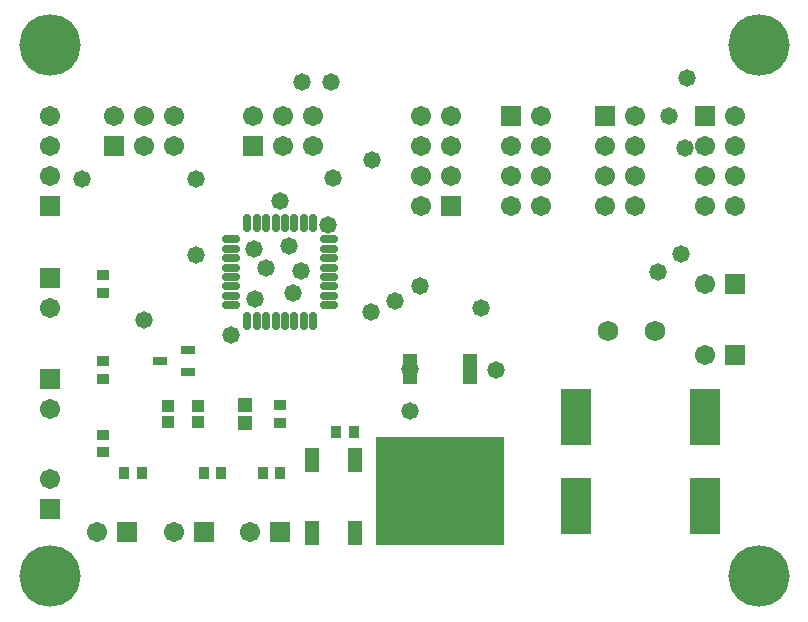
<source format=gts>
G04 Layer_Color=8388736*
%FSLAX24Y24*%
%MOIN*%
G70*
G01*
G75*
%ADD34R,0.0434X0.0356*%
%ADD35R,0.0986X0.1871*%
%ADD36R,0.0474X0.0316*%
%ADD37R,0.0493X0.1025*%
%ADD38R,0.4273X0.3584*%
%ADD39R,0.0356X0.0434*%
%ADD40R,0.0474X0.0454*%
%ADD41C,0.0680*%
%ADD42O,0.0297X0.0612*%
%ADD43O,0.0612X0.0297*%
%ADD44R,0.0434X0.0395*%
%ADD45R,0.0513X0.0789*%
%ADD46C,0.0671*%
%ADD47R,0.0671X0.0671*%
%ADD48R,0.0671X0.0671*%
%ADD49C,0.0580*%
%ADD50C,0.1220*%
%ADD51C,0.2049*%
D34*
X1772Y4724D02*
D03*
Y4134D02*
D03*
Y7185D02*
D03*
Y6594D02*
D03*
Y9449D02*
D03*
Y10039D02*
D03*
X7677Y5709D02*
D03*
Y5118D02*
D03*
D35*
X17520Y2362D02*
D03*
Y5315D02*
D03*
X21850Y2362D02*
D03*
Y5315D02*
D03*
D36*
X3681Y7185D02*
D03*
X4587Y7559D02*
D03*
Y6811D02*
D03*
D37*
X13992Y6909D02*
D03*
X11992D02*
D03*
D38*
X12992Y2835D02*
D03*
D39*
X7087Y3445D02*
D03*
X7677D02*
D03*
X5709D02*
D03*
X5118D02*
D03*
X3051D02*
D03*
X2461D02*
D03*
X9547Y4823D02*
D03*
X10138D02*
D03*
D40*
X6496Y5728D02*
D03*
Y5098D02*
D03*
D41*
X20177Y8169D02*
D03*
X18602D02*
D03*
D42*
X8780Y11772D02*
D03*
X8465D02*
D03*
X8150D02*
D03*
X7835D02*
D03*
X7520D02*
D03*
X7205D02*
D03*
X6890D02*
D03*
X6575D02*
D03*
Y8504D02*
D03*
X6890D02*
D03*
X7205D02*
D03*
X7520D02*
D03*
X7835D02*
D03*
X8150D02*
D03*
X8465D02*
D03*
X8780D02*
D03*
D43*
X6043Y11240D02*
D03*
Y10925D02*
D03*
Y10610D02*
D03*
Y10295D02*
D03*
Y9980D02*
D03*
Y9665D02*
D03*
Y9350D02*
D03*
Y9035D02*
D03*
X9311D02*
D03*
Y9350D02*
D03*
Y9665D02*
D03*
Y9980D02*
D03*
Y10295D02*
D03*
Y10610D02*
D03*
Y10925D02*
D03*
Y11240D02*
D03*
D44*
X3937Y5138D02*
D03*
Y5689D02*
D03*
X4921Y5138D02*
D03*
Y5689D02*
D03*
D45*
X10177Y3878D02*
D03*
X8720D02*
D03*
X10177Y1437D02*
D03*
X8720D02*
D03*
D46*
X6677Y1476D02*
D03*
X4118D02*
D03*
X1559D02*
D03*
X-0Y3248D02*
D03*
Y5594D02*
D03*
Y8957D02*
D03*
X8770Y15344D02*
D03*
Y14344D02*
D03*
X7770Y15344D02*
D03*
Y14344D02*
D03*
X6770Y15344D02*
D03*
X12356Y12344D02*
D03*
X13356Y13344D02*
D03*
X12356D02*
D03*
X13356Y14344D02*
D03*
X12356D02*
D03*
X13356Y15344D02*
D03*
X12356D02*
D03*
X16358Y15354D02*
D03*
X15358Y14354D02*
D03*
X16358D02*
D03*
X15358Y13354D02*
D03*
X16358D02*
D03*
X15358Y12354D02*
D03*
X16358D02*
D03*
X19498Y15354D02*
D03*
X18498Y14354D02*
D03*
X19498D02*
D03*
X18498Y13354D02*
D03*
X19498D02*
D03*
X18498Y12354D02*
D03*
X19498D02*
D03*
X22850Y15350D02*
D03*
X21850Y14350D02*
D03*
X22850D02*
D03*
X21850Y13350D02*
D03*
X22850D02*
D03*
X21850Y12350D02*
D03*
X22850D02*
D03*
X4134Y15344D02*
D03*
Y14344D02*
D03*
X3134Y15344D02*
D03*
Y14344D02*
D03*
X2134Y15344D02*
D03*
X-0Y13344D02*
D03*
Y14344D02*
D03*
Y15344D02*
D03*
X21850Y7382D02*
D03*
Y9744D02*
D03*
D47*
X7677Y1476D02*
D03*
X5118D02*
D03*
X2559D02*
D03*
X6770Y14344D02*
D03*
X2134D02*
D03*
X22850Y7382D02*
D03*
Y9744D02*
D03*
D48*
X-0Y2248D02*
D03*
Y6594D02*
D03*
Y9957D02*
D03*
X13356Y12344D02*
D03*
X15358Y15354D02*
D03*
X18498D02*
D03*
X21850Y15350D02*
D03*
X-0Y12344D02*
D03*
D49*
X21024Y10748D02*
D03*
X21152Y14291D02*
D03*
X21220Y16604D02*
D03*
X8415Y16467D02*
D03*
X20276Y10138D02*
D03*
X10728Y13878D02*
D03*
X9449Y13287D02*
D03*
X9252Y11713D02*
D03*
X7677Y12500D02*
D03*
X14365Y8957D02*
D03*
X3134Y8563D02*
D03*
X4851Y10728D02*
D03*
X6026Y8036D02*
D03*
X17520Y5315D02*
D03*
X21850D02*
D03*
X14862Y6890D02*
D03*
X12323Y9665D02*
D03*
X4852Y13259D02*
D03*
X20630Y15354D02*
D03*
X6806Y10925D02*
D03*
X7953Y11024D02*
D03*
X9360Y16467D02*
D03*
X10699Y8809D02*
D03*
X11516Y9183D02*
D03*
X8100Y9459D02*
D03*
X6841Y9262D02*
D03*
X8376Y10197D02*
D03*
X7205Y10276D02*
D03*
X1073Y13259D02*
D03*
X11992Y6909D02*
D03*
X11995Y5531D02*
D03*
D50*
X12992Y2953D02*
D03*
D51*
X0Y0D02*
D03*
X23622D02*
D03*
Y17717D02*
D03*
X0D02*
D03*
M02*

</source>
